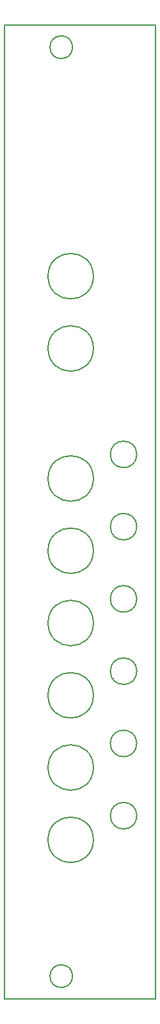
<source format=gko>
G04 #@! TF.GenerationSoftware,KiCad,Pcbnew,5.1.7-a382d34a8~87~ubuntu18.04.1*
G04 #@! TF.CreationDate,2021-01-14T14:18:25+00:00*
G04 #@! TF.ProjectId,divider-panel,64697669-6465-4722-9d70-616e656c2e6b,rev?*
G04 #@! TF.SameCoordinates,Original*
G04 #@! TF.FileFunction,Profile,NP*
%FSLAX46Y46*%
G04 Gerber Fmt 4.6, Leading zero omitted, Abs format (unit mm)*
G04 Created by KiCad (PCBNEW 5.1.7-a382d34a8~87~ubuntu18.04.1) date 2021-01-14 14:18:25*
%MOMM*%
%LPD*%
G01*
G04 APERTURE LIST*
G04 #@! TA.AperFunction,Profile*
%ADD10C,0.200000*%
G04 #@! TD*
G04 APERTURE END LIST*
D10*
X104931000Y-39370140D02*
X124911000Y-39370140D01*
X113931000Y-164770140D02*
G75*
G03*
X113931000Y-164770140I-1500000J0D01*
G01*
X113931000Y-42270140D02*
G75*
G03*
X113931000Y-42270140I-1500000J0D01*
G01*
X116681000Y-72465140D02*
G75*
G03*
X116681000Y-72465140I-3000000J0D01*
G01*
X116681000Y-81995140D02*
G75*
G03*
X116681000Y-81995140I-3000000J0D01*
G01*
X122421000Y-124555140D02*
G75*
G03*
X122421000Y-124555140I-1750000J0D01*
G01*
X116681000Y-99145140D02*
G75*
G03*
X116681000Y-99145140I-3000000J0D01*
G01*
X122421000Y-143615140D02*
G75*
G03*
X122421000Y-143615140I-1750000J0D01*
G01*
X116681000Y-146795140D02*
G75*
G03*
X116681000Y-146795140I-3000000J0D01*
G01*
X122421000Y-134085140D02*
G75*
G03*
X122421000Y-134085140I-1750000J0D01*
G01*
X116681000Y-118205140D02*
G75*
G03*
X116681000Y-118205140I-3000000J0D01*
G01*
X124911000Y-167770140D02*
X104931000Y-167770140D01*
X122421000Y-95966140D02*
G75*
G03*
X122421000Y-95966140I-1750000J0D01*
G01*
X116681000Y-137265140D02*
G75*
G03*
X116681000Y-137265140I-3000000J0D01*
G01*
X124911000Y-39370140D02*
X124911000Y-167770140D01*
X104931000Y-167770140D02*
X104931000Y-39370140D01*
X122421000Y-115025140D02*
G75*
G03*
X122421000Y-115025140I-1750000J0D01*
G01*
X122421000Y-105495140D02*
G75*
G03*
X122421000Y-105495140I-1750000J0D01*
G01*
X116681000Y-127735140D02*
G75*
G03*
X116681000Y-127735140I-3000000J0D01*
G01*
X116681000Y-108675140D02*
G75*
G03*
X116681000Y-108675140I-3000000J0D01*
G01*
M02*

</source>
